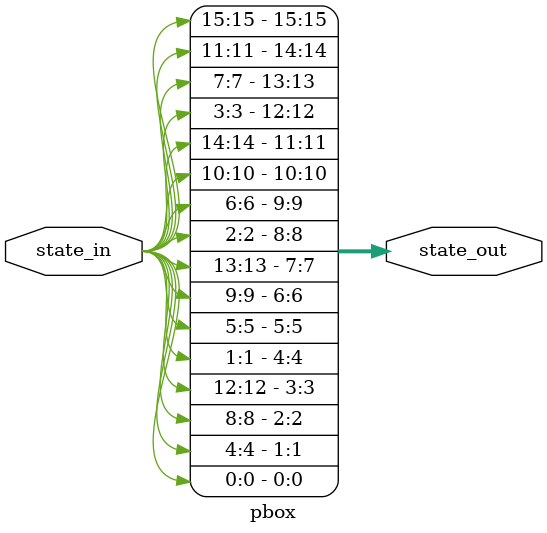
<source format=v>
module pbox(state_in, state_out);

	input [15:0] state_in;
	output [15:0] state_out;
	
	assign state_out[0] = state_in[0];
	assign state_out[4] = state_in[1];
	assign state_out[8] = state_in[2];
	assign state_out[12] = state_in[3];
	assign state_out[1] = state_in[4];
	assign state_out[5] = state_in[5];
	assign state_out[9] = state_in[6];
	assign state_out[13] = state_in[7];
	assign state_out[2] = state_in[8];
	assign state_out[6] = state_in[9];
	assign state_out[10] = state_in[10];
	assign state_out[14] = state_in[11];
	assign state_out[3] = state_in[12];
	assign state_out[7] = state_in[13];
	assign state_out[11] = state_in[14];
	assign state_out[15] = state_in[15];

endmodule
</source>
